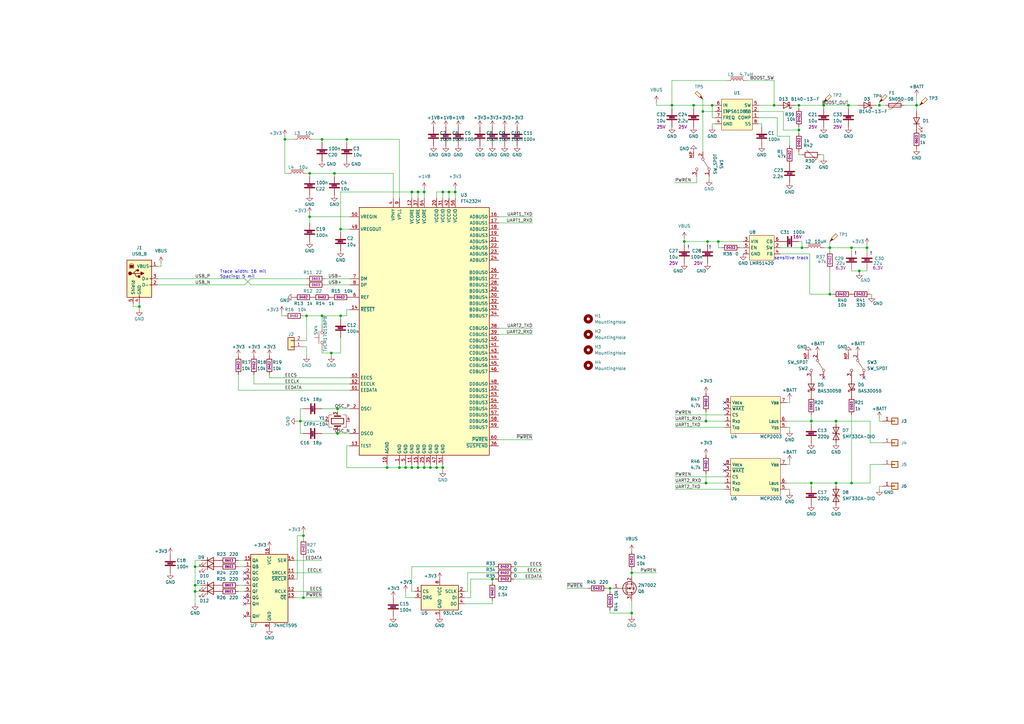
<source format=kicad_sch>
(kicad_sch (version 20230121) (generator eeschema)
  (paper "A3")
  (junction (at 284.48 43.18))
  (junction (at 181.61 191.77))
  (junction (at 181.61 78.74))
  (junction (at 176.53 191.77))
  (junction (at 332.74 198.12))
  (junction (at 163.83 191.77))
  (junction (at 327.66 43.18))
  (junction (at 342.9 198.12))
  (junction (at 158.75 191.77))
  (junction (at 139.7 93.98))
  (junction (at 347.98 43.18))
  (junction (at 124.46 245.11))
  (junction (at 80.01 232.41))
  (junction (at 355.6 101.6))
  (junction (at 123.19 172.72))
  (junction (at 142.24 57.15))
  (junction (at 349.25 101.6))
  (junction (at 340.36 101.6))
  (junction (at 288.29 45.72))
  (junction (at 289.56 172.72))
  (junction (at 135.89 144.78))
  (junction (at 342.9 172.72))
  (junction (at 349.25 198.12))
  (junction (at 127 71.12))
  (junction (at 328.93 101.6))
  (junction (at 280.67 99.06))
  (junction (at 57.15 125.73))
  (junction (at 360.68 43.18))
  (junction (at 127 88.9))
  (junction (at 173.99 78.74))
  (junction (at 171.45 191.77))
  (junction (at 290.195 99.06))
  (junction (at 166.37 191.77))
  (junction (at 80.01 242.57))
  (junction (at 139.7 129.54))
  (junction (at 132.08 57.15))
  (junction (at 337.82 43.18))
  (junction (at 201.93 237.49))
  (junction (at 171.45 78.74))
  (junction (at 179.07 191.77))
  (junction (at 168.91 78.74))
  (junction (at 132.08 129.54))
  (junction (at 250.19 241.3))
  (junction (at 340.36 120.65))
  (junction (at 173.99 191.77))
  (junction (at 259.08 234.95))
  (junction (at 317.5 43.18))
  (junction (at 124.46 219.71))
  (junction (at 332.74 172.72))
  (junction (at 375.92 43.18))
  (junction (at 137.16 71.12))
  (junction (at 138.43 177.8))
  (junction (at 138.43 167.64))
  (junction (at 116.84 57.15))
  (junction (at 289.56 198.12))
  (junction (at 292.1 43.18))
  (junction (at 168.91 191.77))
  (junction (at 352.425 111.125))
  (junction (at 259.08 251.46))
  (junction (at 294.64 99.06))
  (junction (at 275.59 43.18))
  (junction (at 80.01 240.03))
  (junction (at 125.73 129.54))
  (junction (at 186.69 78.74))
  (junction (at 327.66 53.34))
  (junction (at 184.15 78.74))
  (no_connect (at 100.33 252.73))
  (no_connect (at 100.33 247.65))
  (no_connect (at 100.33 245.11))
  (no_connect (at 297.18 165.1))
  (no_connect (at 297.18 167.64))
  (no_connect (at 354.33 154.94))
  (no_connect (at 100.33 237.49))
  (no_connect (at 337.82 154.94))
  (no_connect (at 100.33 234.95))
  (no_connect (at 297.18 193.04))
  (no_connect (at 297.18 190.5))
  (wire (pts (xy 124.46 218.44) (xy 124.46 219.71)))
  (wire (pts (xy 132.08 143.51) (xy 132.08 144.78)))
  (wire (pts (xy 204.47 88.9) (xy 218.44 88.9)))
  (wire (pts (xy 143.51 182.88) (xy 142.24 182.88)))
  (wire (pts (xy 57.15 124.46) (xy 57.15 125.73)))
  (wire (pts (xy 173.99 191.77) (xy 176.53 191.77)))
  (wire (pts (xy 276.86 170.18) (xy 297.18 170.18)))
  (wire (pts (xy 186.69 78.74) (xy 186.69 81.28)))
  (wire (pts (xy 342.9 198.12) (xy 342.9 199.39)))
  (wire (pts (xy 100.33 114.3) (xy 102.87 116.84)))
  (wire (pts (xy 173.99 77.47) (xy 173.99 78.74)))
  (wire (pts (xy 100.33 116.84) (xy 102.87 114.3)))
  (wire (pts (xy 317.5 43.18) (xy 318.77 43.18)))
  (wire (pts (xy 116.84 55.88) (xy 116.84 57.15)))
  (wire (pts (xy 360.68 41.91) (xy 360.68 43.18)))
  (wire (pts (xy 171.45 190.5) (xy 171.45 191.77)))
  (wire (pts (xy 318.77 55.88) (xy 323.85 55.88)))
  (wire (pts (xy 142.24 129.54) (xy 139.7 129.54)))
  (wire (pts (xy 139.7 78.74) (xy 168.91 78.74)))
  (wire (pts (xy 168.91 190.5) (xy 168.91 191.77)))
  (wire (pts (xy 97.79 242.57) (xy 100.33 242.57)))
  (wire (pts (xy 276.86 198.12) (xy 289.56 198.12)))
  (wire (pts (xy 375.92 43.18) (xy 377.19 43.18)))
  (wire (pts (xy 193.04 237.49) (xy 193.04 245.11)))
  (wire (pts (xy 181.61 78.74) (xy 184.15 78.74)))
  (wire (pts (xy 127 87.63) (xy 127 88.9)))
  (wire (pts (xy 204.47 180.34) (xy 218.44 180.34)))
  (wire (pts (xy 132.08 57.15) (xy 142.24 57.15)))
  (wire (pts (xy 349.25 101.6) (xy 349.25 102.87)))
  (wire (pts (xy 332.74 198.12) (xy 342.9 198.12)))
  (wire (pts (xy 121.92 219.71) (xy 124.46 219.71)))
  (wire (pts (xy 166.37 191.77) (xy 168.91 191.77)))
  (wire (pts (xy 320.04 101.6) (xy 328.93 101.6)))
  (wire (pts (xy 124.46 219.71) (xy 124.46 220.98)))
  (wire (pts (xy 166.37 242.57) (xy 166.37 245.11)))
  (wire (pts (xy 54.61 125.73) (xy 57.15 125.73)))
  (wire (pts (xy 259.08 233.68) (xy 259.08 234.95)))
  (wire (pts (xy 171.45 191.77) (xy 173.99 191.77)))
  (wire (pts (xy 250.19 250.19) (xy 250.19 251.46)))
  (wire (pts (xy 288.29 40.64) (xy 288.29 45.72)))
  (wire (pts (xy 124.46 245.11) (xy 132.08 245.11)))
  (wire (pts (xy 139.7 93.98) (xy 139.7 78.74)))
  (wire (pts (xy 201.93 237.49) (xy 203.2 237.49)))
  (wire (pts (xy 352.425 111.125) (xy 352.425 111.76)))
  (wire (pts (xy 289.56 194.31) (xy 289.56 198.12)))
  (wire (pts (xy 128.27 57.15) (xy 132.08 57.15)))
  (wire (pts (xy 355.6 111.125) (xy 352.425 111.125)))
  (wire (pts (xy 292.1 48.26) (xy 292.1 43.18)))
  (wire (pts (xy 110.49 154.94) (xy 143.51 154.94)))
  (wire (pts (xy 321.31 53.34) (xy 327.66 53.34)))
  (wire (pts (xy 332.105 104.14) (xy 332.105 120.65)))
  (wire (pts (xy 360.68 200.66) (xy 360.68 199.39)))
  (wire (pts (xy 190.5 247.65) (xy 201.93 247.65)))
  (wire (pts (xy 293.37 45.72) (xy 288.29 45.72)))
  (wire (pts (xy 259.08 252.73) (xy 259.08 251.46)))
  (wire (pts (xy 280.67 100.33) (xy 280.67 99.06)))
  (wire (pts (xy 210.82 234.95) (xy 222.25 234.95)))
  (wire (pts (xy 357.505 121.285) (xy 357.505 120.65)))
  (wire (pts (xy 275.59 43.18) (xy 275.59 44.45)))
  (wire (pts (xy 204.47 91.44) (xy 218.44 91.44)))
  (wire (pts (xy 139.7 138.43) (xy 139.7 144.78)))
  (wire (pts (xy 171.45 78.74) (xy 173.99 78.74)))
  (wire (pts (xy 168.91 78.74) (xy 171.45 78.74)))
  (wire (pts (xy 102.87 116.84) (xy 125.73 116.84)))
  (wire (pts (xy 250.19 241.3) (xy 251.46 241.3)))
  (wire (pts (xy 120.65 237.49) (xy 121.92 237.49)))
  (wire (pts (xy 323.85 55.88) (xy 323.85 59.69)))
  (wire (pts (xy 139.7 144.78) (xy 135.89 144.78)))
  (wire (pts (xy 328.93 101.6) (xy 330.2 101.6)))
  (wire (pts (xy 289.56 198.12) (xy 297.18 198.12)))
  (wire (pts (xy 340.36 101.6) (xy 349.25 101.6)))
  (wire (pts (xy 121.92 172.72) (xy 123.19 172.72)))
  (wire (pts (xy 116.84 57.15) (xy 116.84 71.12)))
  (wire (pts (xy 294.64 101.6) (xy 295.91 101.6)))
  (wire (pts (xy 340.36 101.6) (xy 340.36 102.87)))
  (wire (pts (xy 327.66 63.5) (xy 328.93 63.5)))
  (wire (pts (xy 124.46 228.6) (xy 124.46 245.11)))
  (wire (pts (xy 123.19 172.72) (xy 123.19 177.8)))
  (wire (pts (xy 142.24 129.54) (xy 142.24 127)))
  (wire (pts (xy 181.61 78.74) (xy 181.61 81.28)))
  (wire (pts (xy 337.82 64.77) (xy 337.82 63.5)))
  (wire (pts (xy 132.08 167.64) (xy 138.43 167.64)))
  (wire (pts (xy 359.41 43.18) (xy 360.68 43.18)))
  (wire (pts (xy 80.01 232.41) (xy 82.55 232.41)))
  (wire (pts (xy 204.47 134.62) (xy 218.44 134.62)))
  (wire (pts (xy 97.79 240.03) (xy 100.33 240.03)))
  (wire (pts (xy 357.505 120.65) (xy 356.87 120.65)))
  (wire (pts (xy 356.87 198.12) (xy 356.87 190.5)))
  (wire (pts (xy 323.85 175.26) (xy 323.85 176.53)))
  (wire (pts (xy 360.68 43.18) (xy 363.22 43.18)))
  (wire (pts (xy 290.83 72.39) (xy 290.83 73.66)))
  (wire (pts (xy 290.195 99.06) (xy 294.64 99.06)))
  (wire (pts (xy 138.43 167.64) (xy 138.43 168.91)))
  (wire (pts (xy 142.24 127) (xy 143.51 127)))
  (wire (pts (xy 132.08 129.54) (xy 132.08 133.35)))
  (wire (pts (xy 232.41 241.3) (xy 241.3 241.3)))
  (wire (pts (xy 248.92 241.3) (xy 250.19 241.3)))
  (wire (pts (xy 275.59 33.02) (xy 298.45 33.02)))
  (wire (pts (xy 97.79 153.67) (xy 97.79 160.02)))
  (wire (pts (xy 163.83 57.15) (xy 142.24 57.15)))
  (wire (pts (xy 311.15 48.26) (xy 318.77 48.26)))
  (wire (pts (xy 181.61 190.5) (xy 181.61 191.77)))
  (wire (pts (xy 327.66 99.06) (xy 328.93 99.06)))
  (wire (pts (xy 349.25 170.18) (xy 349.25 198.12)))
  (wire (pts (xy 356.87 172.72) (xy 356.87 181.61)))
  (wire (pts (xy 201.93 237.49) (xy 201.93 238.76)))
  (wire (pts (xy 97.79 160.02) (xy 143.51 160.02)))
  (wire (pts (xy 184.15 78.74) (xy 186.69 78.74)))
  (wire (pts (xy 163.83 81.28) (xy 163.83 57.15)))
  (wire (pts (xy 311.15 45.72) (xy 321.31 45.72)))
  (wire (pts (xy 57.15 125.73) (xy 57.15 127)))
  (wire (pts (xy 80.01 242.57) (xy 80.01 247.65)))
  (wire (pts (xy 127 71.12) (xy 127 72.39)))
  (wire (pts (xy 201.93 247.65) (xy 201.93 246.38)))
  (wire (pts (xy 102.87 114.3) (xy 125.73 114.3)))
  (wire (pts (xy 120.65 229.87) (xy 132.08 229.87)))
  (wire (pts (xy 332.74 170.18) (xy 332.74 172.72)))
  (wire (pts (xy 116.84 71.12) (xy 118.11 71.12)))
  (wire (pts (xy 355.6 102.87) (xy 355.6 101.6)))
  (wire (pts (xy 116.84 57.15) (xy 120.65 57.15)))
  (wire (pts (xy 127 88.9) (xy 127 91.44)))
  (wire (pts (xy 121.92 237.49) (xy 121.92 219.71)))
  (wire (pts (xy 317.5 33.02) (xy 317.5 43.18)))
  (wire (pts (xy 120.65 242.57) (xy 132.08 242.57)))
  (wire (pts (xy 332.74 198.12) (xy 332.74 199.39)))
  (wire (pts (xy 342.9 172.72) (xy 342.9 173.99)))
  (wire (pts (xy 210.82 237.49) (xy 222.25 237.49)))
  (wire (pts (xy 304.8 101.6) (xy 303.53 101.6)))
  (wire (pts (xy 337.82 41.91) (xy 337.82 43.18)))
  (wire (pts (xy 275.59 33.02) (xy 275.59 43.18)))
  (wire (pts (xy 375.92 39.37) (xy 375.92 43.18)))
  (wire (pts (xy 80.01 240.03) (xy 82.55 240.03)))
  (wire (pts (xy 123.19 167.64) (xy 123.19 172.72)))
  (wire (pts (xy 97.79 229.87) (xy 100.33 229.87)))
  (wire (pts (xy 125.73 129.54) (xy 132.08 129.54)))
  (wire (pts (xy 289.56 172.72) (xy 297.18 172.72)))
  (wire (pts (xy 347.98 43.18) (xy 351.79 43.18)))
  (wire (pts (xy 259.08 251.46) (xy 259.08 246.38)))
  (wire (pts (xy 293.37 48.26) (xy 292.1 48.26)))
  (wire (pts (xy 349.25 198.12) (xy 356.87 198.12)))
  (wire (pts (xy 139.7 93.98) (xy 139.7 95.25)))
  (wire (pts (xy 173.99 78.74) (xy 173.99 81.28)))
  (wire (pts (xy 115.57 129.54) (xy 115.57 128.27)))
  (wire (pts (xy 132.08 129.54) (xy 139.7 129.54)))
  (wire (pts (xy 142.24 191.77) (xy 158.75 191.77)))
  (wire (pts (xy 104.14 153.67) (xy 104.14 157.48)))
  (wire (pts (xy 311.15 50.8) (xy 312.42 50.8)))
  (wire (pts (xy 132.08 57.15) (xy 132.08 58.42)))
  (wire (pts (xy 322.58 198.12) (xy 332.74 198.12)))
  (wire (pts (xy 173.99 190.5) (xy 173.99 191.77)))
  (wire (pts (xy 143.51 93.98) (xy 139.7 93.98)))
  (wire (pts (xy 125.73 71.12) (xy 127 71.12)))
  (wire (pts (xy 370.84 43.18) (xy 375.92 43.18)))
  (wire (pts (xy 288.29 45.72) (xy 288.29 62.23)))
  (wire (pts (xy 360.68 171.45) (xy 360.68 172.72)))
  (wire (pts (xy 166.37 245.11) (xy 170.18 245.11)))
  (wire (pts (xy 323.85 200.66) (xy 322.58 200.66)))
  (wire (pts (xy 161.29 71.12) (xy 137.16 71.12)))
  (wire (pts (xy 337.82 101.6) (xy 340.36 101.6)))
  (wire (pts (xy 193.04 237.49) (xy 201.93 237.49)))
  (wire (pts (xy 361.95 172.72) (xy 360.68 172.72)))
  (wire (pts (xy 292.1 43.18) (xy 293.37 43.18)))
  (wire (pts (xy 269.24 43.18) (xy 275.59 43.18)))
  (wire (pts (xy 139.7 129.54) (xy 139.7 130.81)))
  (wire (pts (xy 290.195 99.06) (xy 290.195 100.33)))
  (wire (pts (xy 137.16 71.12) (xy 127 71.12)))
  (wire (pts (xy 190.5 242.57) (xy 191.77 242.57)))
  (wire (pts (xy 163.83 191.77) (xy 166.37 191.77)))
  (wire (pts (xy 280.67 97.79) (xy 280.67 99.06)))
  (wire (pts (xy 337.82 43.18) (xy 337.82 44.45)))
  (wire (pts (xy 285.75 74.93) (xy 285.75 72.39)))
  (wire (pts (xy 342.9 172.72) (xy 356.87 172.72)))
  (wire (pts (xy 360.68 199.39) (xy 361.95 199.39)))
  (wire (pts (xy 323.85 163.83) (xy 323.85 165.1)))
  (wire (pts (xy 80.01 232.41) (xy 80.01 240.03)))
  (wire (pts (xy 347.98 43.18) (xy 347.98 44.45)))
  (wire (pts (xy 326.39 43.18) (xy 327.66 43.18)))
  (wire (pts (xy 191.77 242.57) (xy 191.77 234.95)))
  (wire (pts (xy 289.56 168.91) (xy 289.56 172.72)))
  (wire (pts (xy 340.36 99.06) (xy 340.36 101.6)))
  (wire (pts (xy 356.87 190.5) (xy 361.95 190.5)))
  (wire (pts (xy 355.6 100.33) (xy 355.6 101.6)))
  (wire (pts (xy 124.46 139.7) (xy 125.73 139.7)))
  (wire (pts (xy 190.5 245.11) (xy 193.04 245.11)))
  (wire (pts (xy 163.83 190.5) (xy 163.83 191.77)))
  (wire (pts (xy 276.86 175.26) (xy 297.18 175.26)))
  (wire (pts (xy 127 88.9) (xy 143.51 88.9)))
  (wire (pts (xy 284.48 43.18) (xy 292.1 43.18)))
  (wire (pts (xy 104.14 157.48) (xy 143.51 157.48)))
  (wire (pts (xy 340.36 110.49) (xy 340.36 120.65)))
  (wire (pts (xy 250.19 242.57) (xy 250.19 241.3)))
  (wire (pts (xy 171.45 78.74) (xy 171.45 81.28)))
  (wire (pts (xy 123.19 177.8) (xy 124.46 177.8)))
  (wire (pts (xy 294.64 99.06) (xy 294.64 101.6)))
  (wire (pts (xy 322.58 175.26) (xy 323.85 175.26)))
  (wire (pts (xy 168.91 242.57) (xy 170.18 242.57)))
  (wire (pts (xy 327.66 53.34) (xy 327.66 54.61)))
  (wire (pts (xy 327.66 43.18) (xy 337.82 43.18)))
  (wire (pts (xy 356.87 181.61) (xy 361.95 181.61)))
  (wire (pts (xy 275.59 43.18) (xy 284.48 43.18)))
  (wire (pts (xy 137.16 72.39) (xy 137.16 71.12)))
  (wire (pts (xy 318.77 48.26) (xy 318.77 55.88)))
  (wire (pts (xy 133.35 114.3) (xy 143.51 114.3)))
  (wire (pts (xy 337.82 43.18) (xy 347.98 43.18)))
  (wire (pts (xy 259.08 234.95) (xy 259.08 236.22)))
  (wire (pts (xy 293.37 50.8) (xy 292.1 50.8)))
  (wire (pts (xy 120.65 234.95) (xy 132.08 234.95)))
  (wire (pts (xy 116.84 129.54) (xy 115.57 129.54)))
  (wire (pts (xy 133.35 116.84) (xy 143.51 116.84)))
  (wire (pts (xy 135.89 144.78) (xy 132.08 144.78)))
  (wire (pts (xy 125.73 142.24) (xy 125.73 146.05)))
  (wire (pts (xy 168.91 191.77) (xy 171.45 191.77)))
  (wire (pts (xy 66.04 107.95) (xy 66.04 109.22)))
  (wire (pts (xy 276.86 200.66) (xy 297.18 200.66)))
  (wire (pts (xy 138.43 177.8) (xy 143.51 177.8)))
  (wire (pts (xy 320.04 104.14) (xy 332.105 104.14)))
  (wire (pts (xy 269.24 41.91) (xy 269.24 43.18)))
  (wire (pts (xy 166.37 190.5) (xy 166.37 191.77)))
  (wire (pts (xy 142.24 182.88) (xy 142.24 191.77)))
  (wire (pts (xy 120.65 245.11) (xy 124.46 245.11)))
  (wire (pts (xy 327.66 43.18) (xy 327.66 44.45)))
  (wire (pts (xy 158.75 190.5) (xy 158.75 191.77)))
  (wire (pts (xy 179.07 191.77) (xy 181.61 191.77)))
  (wire (pts (xy 311.15 43.18) (xy 317.5 43.18)))
  (wire (pts (xy 123.19 172.72) (xy 133.35 172.72)))
  (wire (pts (xy 168.91 78.74) (xy 168.91 81.28)))
  (wire (pts (xy 210.82 232.41) (xy 222.25 232.41)))
  (wire (pts (xy 327.66 52.07) (xy 327.66 53.34)))
  (wire (pts (xy 158.75 191.77) (xy 163.83 191.77)))
  (wire (pts (xy 191.77 234.95) (xy 203.2 234.95)))
  (wire (pts (xy 352.425 111.125) (xy 349.25 111.125)))
  (wire (pts (xy 292.1 50.8) (xy 292.1 52.07)))
  (wire (pts (xy 176.53 191.77) (xy 179.07 191.77)))
  (wire (pts (xy 168.91 232.41) (xy 203.2 232.41)))
  (wire (pts (xy 355.6 101.6) (xy 349.25 101.6)))
  (wire (pts (xy 342.9 172.72) (xy 332.74 172.72)))
  (wire (pts (xy 124.46 167.64) (xy 123.19 167.64)))
  (wire (pts (xy 64.77 114.3) (xy 100.33 114.3)))
  (wire (pts (xy 132.08 177.8) (xy 138.43 177.8)))
  (wire (pts (xy 355.6 110.49) (xy 355.6 111.125)))
  (wire (pts (xy 184.15 78.74) (xy 184.15 81.28)))
  (wire (pts (xy 54.61 124.46) (xy 54.61 125.73)))
  (wire (pts (xy 259.08 234.95) (xy 269.24 234.95)))
  (wire (pts (xy 80.01 242.57) (xy 82.55 242.57)))
  (wire (pts (xy 64.77 116.84) (xy 100.33 116.84)))
  (wire (pts (xy 312.42 50.8) (xy 312.42 52.07)))
  (wire (pts (xy 342.9 198.12) (xy 349.25 198.12)))
  (wire (pts (xy 124.46 142.24) (xy 125.73 142.24)))
  (wire (pts (xy 97.79 232.41) (xy 100.33 232.41)))
  (wire (pts (xy 82.55 229.87) (xy 80.01 229.87)))
  (wire (pts (xy 294.64 99.06) (xy 304.8 99.06)))
  (wire (pts (xy 138.43 176.53) (xy 138.43 177.8)))
  (wire (pts (xy 80.01 229.87) (xy 80.01 232.41)))
  (wire (pts (xy 322.58 172.72) (xy 332.74 172.72)))
  (wire (pts (xy 138.43 167.64) (xy 143.51 167.64)))
  (wire (pts (xy 276.86 195.58) (xy 297.18 195.58)))
  (wire (pts (xy 179.07 78.74) (xy 181.61 78.74)))
  (wire (pts (xy 332.105 120.65) (xy 340.36 120.65)))
  (wire (pts (xy 142.24 58.42) (xy 142.24 57.15)))
  (wire (pts (xy 284.48 43.18) (xy 284.48 44.45)))
  (wire (pts (xy 276.86 172.72) (xy 289.56 172.72)))
  (wire (pts (xy 179.07 81.28) (xy 179.07 78.74)))
  (wire (pts (xy 135.89 144.78) (xy 135.89 146.05)))
  (wire (pts (xy 168.91 242.57) (xy 168.91 232.41)))
  (wire (pts (xy 80.01 240.03) (xy 80.01 242.57)))
  (wire (pts (xy 323.85 189.23) (xy 323.85 190.5)))
  (wire (pts (xy 204.47 137.16) (xy 218.44 137.16)))
  (wire (pts (xy 124.46 129.54) (xy 125.73 129.54)))
  (wire (pts (xy 327.66 62.23) (xy 327.66 63.5)))
  (wire (pts (xy 323.85 201.93) (xy 323.85 200.66)))
  (wire (pts (xy 328.93 99.06) (xy 328.93 101.6)))
  (wire (pts (xy 186.69 77.47) (xy 186.69 78.74)))
  (wire (pts (xy 276.86 74.93) (xy 285.75 74.93)))
  (wire (pts (xy 349.25 110.49) (xy 349.25 111.125)))
  (wire (pts (xy 322.58 165.1) (xy 323.85 165.1)))
  (wire (pts (xy 64.77 109.22) (xy 66.04 109.22)))
  (wire (pts (xy 125.73 139.7) (xy 125.73 129.54)))
  (wire (pts (xy 110.49 153.67) (xy 110.49 154.94)))
  (wire (pts (xy 306.07 33.02) (xy 317.5 33.02)))
  (wire (pts (xy 337.82 63.5) (xy 336.55 63.5)))
  (wire (pts (xy 323.85 190.5) (xy 322.58 190.5)))
  (wire (pts (xy 181.61 191.77) (xy 181.61 193.04)))
  (wire (pts (xy 375.92 43.18) (xy 375.92 45.72)))
  (wire (pts (xy 341.63 120.65) (xy 340.36 120.65)))
  (wire (pts (xy 332.74 172.72) (xy 332.74 173.99)))
  (wire (pts (xy 161.29 81.28) (xy 161.29 71.12)))
  (wire (pts (xy 280.67 99.06) (xy 290.195 99.06)))
  (wire (pts (xy 176.53 190.5) (xy 176.53 191.77)))
  (wire (pts (xy 179.07 190.5) (xy 179.07 191.77)))
  (wire (pts (xy 250.19 251.46) (xy 259.08 251.46)))
  (wire (pts (xy 321.31 45.72) (xy 321.31 53.34)))
  (text "!" (at 290.83 102.235 0) (effects (font (size 1.27 1.27)) (justify left bottom)))
  (text "!" (at 356.87 104.775 0) (effects (font (size 1.27 1.27)) (justify left bottom)))
  (text "Trace width: 16 mil\nSpacing: 5 mil" (at 90.17 114.3 0) (effects (font (size 1.27 1.27)) (justify left bottom)))
  (text "sensitive track" (at 317.5 106.68 0) (effects (font (size 1.27 1.27)) (justify left bottom)))
  (text "!" (at 281.94 102.235 0) (effects (font (size 1.27 1.27)) (justify left bottom)))
  (text "!" (at 350.52 104.775 0) (effects (font (size 1.27 1.27)) (justify left bottom)))
  (label "PWREN" (at 276.86 195.58 0))
  (label "EECS" (at 132.08 242.57 180))
  (label "UART1_TXD" (at 218.44 88.9 180))
  (label "PWREN" (at 276.86 74.93 0))
  (label "UART2_TXD" (at 218.44 134.62 180))
  (label "EEDATA" (at 132.08 229.87 180))
  (label "USB_N" (at 80.01 116.84 0))
  (label "UART1_RXD" (at 218.44 91.44 180))
  (label "UART2_RXD" (at 218.44 137.16 180))
  (label "USB_P" (at 80.01 114.3 0))
  (label "PWREN" (at 276.86 170.18 0))
  (label "OSC_N" (at 143.51 177.8 180))
  (label "EECLK" (at 222.25 234.95 180))
  (label "EECLK" (at 116.84 157.48 0))
  (label "PWREN" (at 269.24 234.95 180))
  (label "USB+" (at 134.62 116.84 0))
  (label "BOOST_OUT" (at 347.98 43.18 180))
  (label "~{PWREN}" (at 232.41 241.3 0))
  (label "EECLK" (at 132.08 234.95 180))
  (label "EEDATA" (at 116.84 160.02 0))
  (label "~{PWREN}" (at 218.44 180.34 180))
  (label "UART2_RXD" (at 276.86 198.12 0))
  (label "UART1_TXD" (at 276.86 175.26 0))
  (label "UART2_TXD" (at 276.86 200.66 0))
  (label "EECS" (at 116.84 154.94 0))
  (label "EECS" (at 222.25 232.41 180))
  (label "UART1_RXD" (at 276.86 172.72 0))
  (label "OSC_P" (at 143.51 167.64 180))
  (label "EEDATA" (at 222.25 237.49 180))
  (label "BOOST_SW" (at 317.5 33.02 180))
  (label "~{PWREN}" (at 132.08 245.11 180))
  (label "USB-" (at 134.62 114.3 0))
  (symbol (lib_id "Device:C") (at 128.27 177.8 90) (unit 1)
    (property "Reference" "C16" (at 127 181.61 90) (effects (justify left)))
    (property "Value" "18p" (at 132.08 181.61 90) (effects (justify left)))
    (property "Footprint" "Capacitor_SMD:C_0603_1608Metric" (effects hide))
    (property "Size" "0603" (at 128.27 179.07 0) (effects (font (size 0.6 0.6)) (justify left)))
  )
  (symbol (lib_id "power:GND") (at 280.67 107.95 0) (unit 1)
    (property "Reference" "#PWR081" (effects hide))
    (property "Value" "GND" (at 278.13 111.125 0))
  )
  (symbol (lib_id "power:+3V3") (at 289.56 161.29 0) (unit 1)
    (property "Reference" "#PWR094" (effects hide))
    (property "Value" "+3V3" (at 289.56 156.21 0))
  )
  (symbol (lib_id "power:GND") (at 375.92 60.96 0) (unit 1)
    (property "Reference" "#PWR069" (effects hide))
    (property "Value" "GND" (at 375.92 64.77 0))
  )
  (symbol (lib_id "Device:R") (at 207.01 234.95 90) (unit 1)
    (property "Reference" "R34" (at 203.2 233.68 90) (effects (justify left)))
    (property "Value" "0" (at 212.09 233.68 90) (effects (justify left)))
    (property "Footprint" "Resistor_SMD:R_0402_1005Metric" (effects hide))
    (property "Size" "0402" (at 207.01 234.95 90) (effects (font (size 0.9 0.9))))
  )
  (symbol (lib_id "Device:C") (at 275.59 48.26 0) (mirror x) (unit 1)
    (property "Reference" "C32" (at 271.145 46.99 0))
    (property "Value" "10u" (at 271.145 49.53 0))
    (property "Footprint" "Capacitor_SMD:C_0805_2012Metric" (effects hide))
    (property "Size" "0805" (at 275.59 48.26 0) (effects (font (size 0.6 0.6))))
    (property "Rating" "25V" (at 271.145 52.07 0))
  )
  (symbol (lib_id "power:GND") (at 323.85 176.53 0) (unit 1)
    (property "Reference" "#PWR037" (effects hide))
    (property "Value" "GND" (at 323.85 180.34 0))
  )
  (symbol (lib_id "Transistor_FET:2N7002") (at 256.54 241.3 0) (mirror x) (unit 1)
    (property "Reference" "Q6" (at 261.62 242.57 0) (effects (justify left)))
    (property "Value" "2N7002" (at 261.62 240.03 0) (effects (justify left)))
    (property "Footprint" "Package_TO_SOT_SMD:SOT-23" (effects hide))
    (property "Datasheet" "https://www.onsemi.com/pub/Collateral/NDS7002A-D.PDF" (effects hide))
  )
  (symbol (lib_id "Device:R") (at 345.44 120.65 90) (unit 1)
    (property "Reference" "R40" (at 345.44 123.19 90))
    (property "Value" "10k" (at 345.44 125.095 90))
    (property "Footprint" "Resistor_SMD:R_0402_1005Metric" (effects hide))
    (property "Size" "0402" (at 345.44 120.65 90) (effects (font (size 1 1))))
  )
  (symbol (lib_id "power:+3V3") (at 124.46 218.44 0) (unit 1)
    (property "Reference" "#PWR056" (effects hide))
    (property "Value" "+3V3" (at 120.65 217.17 0))
  )
  (symbol (lib_id "Connector:TestPoint_Probe") (at 337.82 41.91 0) (unit 1)
    (property "Reference" "TP2" (at 341.63 39.0525 0) (effects (justify left)))
    (property "Value" "TestPoint_Probe" (effects hide))
    (property "Footprint" "TestPoint:TestPoint_Pad_D1.5mm" (effects hide))
  )
  (symbol (lib_id "Mechanical:MountingHole") (at 241.3 149.86 0) (unit 1)
    (property "Reference" "H4" (at 243.84 148.59 0) (effects (justify left)))
    (property "Value" "MountingHole" (at 243.84 151.13 0) (effects (justify left)))
    (property "Footprint" "MountingHole:MountingHole_2.2mm_M2" (effects hide))
  )
  (symbol (lib_id "Connector_Generic:Conn_01x01") (at 367.03 181.61 0) (unit 1)
    (property "Reference" "J4" (at 369.57 181.61 0) (effects (justify left)))
    (property "Value" "Conn_01x01" (effects hide))
    (property "Footprint" "local:BananaJack_15.3mm" (effects hide))
  )
  (symbol (lib_id "Device:R") (at 124.46 121.92 90) (unit 1)
    (property "Reference" "R13" (at 124.46 124.46 90) (effects (justify left)))
    (property "Value" "1k" (at 128.27 124.46 90) (effects (justify left)))
    (property "Footprint" "Resistor_SMD:R_0402_1005Metric" (effects hide))
    (property "Size" "0402" (at 124.46 121.92 90) (effects (font (size 0.9 0.9))))
  )
  (symbol (lib_id "power:GND") (at 110.49 257.81 0) (unit 1)
    (property "Reference" "#PWR054" (effects hide))
    (property "Value" "GND" (at 110.49 261.62 0))
  )
  (symbol (lib_id "Device:LED") (at 86.36 240.03 0) (unit 1)
    (property "Reference" "D11" (at 82.55 238.76 0))
    (property "Value" "LED" (effects hide))
    (property "Footprint" "LED_SMD:LED_0603_1608Metric" (effects hide))
  )
  (symbol (lib_id "Device:R") (at 110.49 149.86 0) (unit 1)
    (property "Reference" "R19" (at 111.76 148.59 0) (effects (justify left)))
    (property "Value" "10k" (at 111.76 151.13 0) (effects (justify left)))
    (property "Footprint" "Resistor_SMD:R_0402_1005Metric" (effects hide))
    (property "Size" "0402" (at 110.49 149.86 90) (effects (font (size 0.9 0.9))))
  )
  (symbol (lib_id "Device:R") (at 289.56 190.5 0) (unit 1)
    (property "Reference" "R46" (at 283.21 189.23 0) (effects (justify left)))
    (property "Value" "4.7k" (at 283.21 191.77 0) (effects (justify left)))
    (property "Footprint" "Resistor_SMD:R_0402_1005Metric" (effects hide))
    (property "Size" "0402" (at 289.56 190.5 90) (effects (font (size 0.9 0.9))))
  )
  (symbol (lib_id "Device:R") (at 97.79 149.86 0) (unit 1)
    (property "Reference" "R17" (at 99.06 148.59 0) (effects (justify left)))
    (property "Value" "10k" (at 99.06 151.13 0) (effects (justify left)))
    (property "Footprint" "Resistor_SMD:R_0402_1005Metric" (effects hide))
    (property "Size" "0402" (at 97.79 149.86 90) (effects (font (size 0.9 0.9))))
  )
  (symbol (lib_id "Device:R") (at 139.7 121.92 90) (unit 1)
    (property "Reference" "R15" (at 139.7 119.38 90) (effects (justify left)))
    (property "Value" "10k" (at 144.78 119.38 90) (effects (justify left)))
    (property "Footprint" "Resistor_SMD:R_0402_1005Metric" (effects hide))
    (property "Size" "0402" (at 139.7 121.92 90) (effects (font (size 0.9 0.9))))
  )
  (symbol (lib_id "local:SW_SPDT_MNT") (at 351.79 149.86 270) (unit 1)
    (property "Reference" "SW3" (at 355.6 148.59 90) (effects (justify left)))
    (property "Value" "SW_SPDT" (at 355.6 151.13 90) (effects (justify left)))
    (property "Footprint" "local:S3PCBKP" (effects hide))
  )
  (symbol (lib_id "power:+3V3") (at 355.6 100.33 0) (unit 1)
    (property "Reference" "#PWR078" (effects hide))
    (property "Value" "+3V3" (at 351.79 99.06 0))
  )
  (symbol (lib_id "power:GND") (at 323.85 74.93 0) (unit 1)
    (property "Reference" "#PWR064" (effects hide))
    (property "Value" "GND" (at 323.85 78.74 0))
  )
  (symbol (lib_id "power:GND") (at 182.88 59.69 0) (unit 1)
    (property "Reference" "#PWR011" (effects hide))
    (property "Value" "GND" (at 182.88 63.5 0))
  )
  (symbol (lib_id "Device:R") (at 259.08 229.87 180) (unit 1)
    (property "Reference" "R43" (at 262.89 228.6 0))
    (property "Value" "10k" (at 262.89 231.14 0))
    (property "Footprint" "Resistor_SMD:R_0402_1005Metric" (effects hide))
    (property "Size" "0402" (at 259.08 229.87 90) (effects (font (size 1 1))))
  )
  (symbol (lib_id "power:GND") (at 259.08 252.73 0) (unit 1)
    (property "Reference" "#PWR089" (effects hide))
    (property "Value" "GND" (at 259.08 256.54 0))
  )
  (symbol (lib_id "local:MCP2003") (at 309.88 195.58 0) (mirror y) (unit 1)
    (property "Reference" "U6" (at 300.99 204.47 0))
    (property "Value" "MCP2003" (at 316.23 204.47 0))
    (property "Footprint" "Package_SO:SOIC-8_3.9x4.9mm_P1.27mm" (effects hide))
  )
  (symbol (lib_id "power:GND") (at 196.85 59.69 0) (unit 1)
    (property "Reference" "#PWR013" (effects hide))
    (property "Value" "GND" (at 196.85 63.5 0))
  )
  (symbol (lib_id "power:GND") (at 132.08 66.04 0) (unit 1)
    (property "Reference" "#PWR060" (effects hide))
    (property "Value" "GND" (at 135.89 67.31 0))
  )
  (symbol (lib_id "Device:C") (at 139.7 99.06 0) (unit 1)
    (property "Reference" "C2" (at 142.24 97.79 0) (effects (justify left)))
    (property "Value" "10u" (at 142.24 100.33 0) (effects (justify left)))
    (property "Footprint" "Capacitor_SMD:C_0805_2012Metric" (effects hide))
    (property "Size" "0805" (at 138.43 99.06 0) (effects (font (size 0.6 0.6)) (justify left)))
  )
  (symbol (lib_id "power:GND") (at 127 99.06 0) (unit 1)
    (property "Reference" "#PWR077" (effects hide))
    (property "Value" "GND" (at 127 102.87 0))
  )
  (symbol (lib_id "Device:R") (at 299.72 101.6 270) (unit 1)
    (property "Reference" "R36" (at 298.45 104.14 90))
    (property "Value" "0" (at 302.26 104.14 90))
    (property "Footprint" "Resistor_SMD:R_0402_1005Metric" (effects hide))
    (property "Size" "0402" (at 299.72 101.6 90) (effects (font (size 1 1))))
  )
  (symbol (lib_id "power:+BATT") (at 323.85 163.83 0) (unit 1)
    (property "Reference" "#PWR034" (effects hide))
    (property "Value" "+BATT" (at 323.85 160.02 0))
  )
  (symbol (lib_id "power:+3V3") (at 186.69 77.47 0) (unit 1)
    (property "Reference" "#PWR018" (effects hide))
    (property "Value" "+3V3" (at 186.69 72.39 0))
  )
  (symbol (lib_id "Device:R") (at 120.65 129.54 90) (unit 1)
    (property "Reference" "R16" (at 120.65 127 90) (effects (justify left)))
    (property "Value" "10k" (at 125.73 127 90) (effects (justify left)))
    (property "Footprint" "Resistor_SMD:R_0402_1005Metric" (effects hide))
    (property "Size" "0402" (at 120.65 129.54 90) (effects (font (size 0.9 0.9))))
  )
  (symbol (lib_id "power:VBUS") (at 269.24 41.91 0) (unit 1)
    (property "Reference" "#PWR090" (effects hide))
    (property "Value" "VBUS" (at 269.24 36.83 0))
  )
  (symbol (lib_id "power:GND") (at 323.85 201.93 0) (unit 1)
    (property "Reference" "#PWR047" (effects hide))
    (property "Value" "GND" (at 323.85 205.74 0))
  )
  (symbol (lib_id "power:+3V3") (at 116.84 55.88 0) (unit 1)
    (property "Reference" "#PWR09" (effects hide))
    (property "Value" "+3V3" (at 113.03 54.61 0))
  )
  (symbol (lib_id "Device:R") (at 207.01 232.41 90) (unit 1)
    (property "Reference" "R33" (at 203.2 231.14 90) (effects (justify left)))
    (property "Value" "0" (at 212.09 231.14 90) (effects (justify left)))
    (property "Footprint" "Resistor_SMD:R_0402_1005Metric" (effects hide))
    (property "Size" "0402" (at 207.01 232.41 90) (effects (font (size 0.9 0.9))))
  )
  (symbol (lib_id "Mechanical:MountingHole") (at 241.3 130.81 0) (unit 1)
    (property "Reference" "H1" (at 243.84 129.54 0) (effects (justify left)))
    (property "Value" "MountingHole" (at 243.84 132.08 0) (effects (justify left)))
    (property "Footprint" "MountingHole:MountingHole_2.2mm_M2" (effects hide))
  )
  (symbol (lib_id "power:GND") (at 142.24 66.04 0) (unit 1)
    (property "Reference" "#PWR061" (effects hide))
    (property "Value" "GND" (at 146.05 67.31 0))
  )
  (symbol (lib_id "Mechanical:MountingHole") (at 241.3 143.51 0) (unit 1)
    (property "Reference" "H3" (at 243.84 142.24 0) (effects (justify left)))
    (property "Value" "MountingHole" (at 243.84 144.78 0) (effects (justify left)))
    (property "Footprint" "MountingHole:MountingHole_2.2mm_M2" (effects hide))
  )
  (symbol (lib_id "power:GND") (at 139.7 102.87 0) (unit 1)
    (property "Reference" "#PWR057" (effects hide))
    (property "Value" "GND" (at 139.7 106.68 0))
  )
  (symbol (lib_id "Device:R") (at 207.01 237.49 90) (unit 1)
    (property "Reference" "R35" (at 203.2 236.22 90) (effects (justify left)))
    (property "Value" "0" (at 212.09 236.22 90) (effects (justify left)))
    (property "Footprint" "Resistor_SMD:R_0402_1005Metric" (effects hide))
    (property "Size" "0402" (at 207.01 237.49 90) (effects (font (size 0.9 0.9))))
  )
  (symbol (lib_id "local:SW_SPDT_MNT") (at 335.28 149.86 270) (unit 1)
    (property "Reference" "SW2" (at 331.47 151.13 90) (effects (justify right)))
    (property "Value" "SW_SPDT" (at 331.47 148.59 90) (effects (justify right)))
    (property "Footprint" "local:S3PCBKP" (effects hide))
  )
  (symbol (lib_id "Device:D_Schottky") (at 355.6 43.18 180) (unit 1)
    (property "Reference" "D3" (at 355.6 40.64 0))
    (property "Value" "B140-13-F" (at 358.14 45.72 0))
    (property "Footprint" "Diode_SMD:D_SMA" (effects hide))
  )
  (symbol (lib_id "power:GND") (at 121.92 172.72 270) (unit 1)
    (property "Reference" "#PWR042" (effects hide))
    (property "Value" "GND" (at 118.11 172.72 0))
  )
  (symbol (lib_id "power:VBUS") (at 259.08 226.06 0) (unit 1)
    (property "Reference" "#PWR095" (effects hide))
    (property "Value" "VBUS" (at 259.08 220.98 0))
  )
  (symbol (lib_id "power:GND") (at 284.48 62.23 180) (unit 1)
    (property "Reference" "#PWR025" (effects hide))
    (property "Value" "GND" (at 280.67 60.96 0))
  )
  (symbol (lib_id "Device:C") (at 290.195 104.14 0) (unit 1)
    (property "Reference" "C28" (at 285.75 102.87 0))
    (property "Value" "100n" (at 285.75 105.41 0))
    (property "Footprint" "Capacitor_SMD:C_0603_1608Metric" (effects hide))
    (property "Size" "0603" (at 290.195 104.14 0) (effects (font (size 0.6 0.6))))
    (property "Rating" "25V" (at 286.385 107.95 0))
  )
  (symbol (lib_id "power:GND") (at 347.98 144.78 180) (unit 1)
    (property "Reference" "#PWR067" (effects hide))
    (property "Value" "GND" (at 345.44 142.24 0))
  )
  (symbol (lib_id "Device:C") (at 337.82 48.26 0) (mirror x) (unit 1)
    (property "Reference" "C21" (at 333.375 46.99 0))
    (property "Value" "10u" (at 333.375 49.53 0))
    (property "Footprint" "Capacitor_SMD:C_0805_2012Metric" (effects hide))
    (property "Size" "0805" (at 337.82 48.26 0) (effects (font (size 0.6 0.6))))
    (property "Rating" "25V" (at 333.375 52.07 0))
  )
  (symbol (lib_id "Device:D_TVS") (at 342.9 203.2 90) (unit 1)
    (property "Reference" "D8" (at 345.44 201.93 90) (effects (justify right)))
    (property "Value" "SMF33CA-DIO" (at 345.44 204.47 90) (effects (justify right)))
    (property "Footprint" "Diode_SMD:D_SMF" (effects hide))
  )
  (symbol (lib_id "Device:C") (at 284.48 48.26 0) (mirror x) (unit 1)
    (property "Reference" "C24" (at 280.035 46.99 0))
    (property "Value" "2.2u" (at 280.035 49.53 0))
    (property "Footprint" "Capacitor_SMD:C_0805_2012Metric" (effects hide))
    (property "Size" "0805" (at 284.48 48.26 0) (effects (font (size 0.6 0.6))))
    (property "Rating" "25V" (at 280.035 52.07 0))
  )
  (symbol (lib_id "74xx:74HCT595") (at 110.49 240.03 0) (mirror y) (unit 1)
    (property "Reference" "U7" (at 105.41 256.54 0) (effects (justify left)))
    (property "Value" "74HCT595" (at 121.92 256.54 0) (effects (justify left)))
    (property "Footprint" "Package_SO:SO-16_3.9x9.9mm_P1.27mm" (effects hide))
    (property "Datasheet" "https://assets.nexperia.com/documents/data-sheet/74HC_HCT595.pdf" (effects hide))
  )
  (symbol (lib_id "Device:D_Schottky") (at 349.25 158.75 90) (unit 1)
    (property "Reference" "D6" (at 351.79 157.7975 90) (effects (justify right)))
    (property "Value" "BAS3005B" (at 351.79 160.3375 90) (effects (justify right)))
    (property "Footprint" "Diode_SMD:D_SOD-523" (effects hide))
  )
  (symbol (lib_id "power:+BATT") (at 351.79 144.78 0) (unit 1)
    (property "Reference" "#PWR028" (effects hide))
    (property "Value" "+BATT" (at 351.79 140.97 0))
  )
  (symbol (lib_id "Device:Polyfuse") (at 367.03 43.18 90) (unit 1)
    (property "Reference" "F1" (at 365.76 38.1 90))
    (property "Value" "SN050-08" (at 369.57 40.64 90))
    (property "Footprint" "Fuse:Fuse_1206_3216Metric" (effects hide))
    (property "Supp_TME" "https://www.tme.eu/hu/details/sd110-08/smd-polimer-biztositekok/ece/" (effects hide))
  )
  (symbol (lib_id "power:GND") (at 342.9 207.01 0) (unit 1)
    (property "Reference" "#PWR049" (effects hide))
    (property "Value" "GND" (at 342.9 210.82 0))
  )
  (symbol (lib_id "power:+3V3") (at 110.49 224.79 0) (unit 1)
    (property "Reference" "#PWR051" (effects hide))
    (property "Value" "+3V3" (at 106.68 223.52 0))
  )
  (symbol (lib_id "power:VBUS") (at 280.67 97.79 0) (unit 1)
    (property "Reference" "#PWR091" (effects hide))
    (property "Value" "VBUS" (at 280.67 92.71 0))
  )
  (symbol (lib_id "power:+3V3") (at 69.85 227.33 0) (unit 1)
    (property "Reference" "#PWR052" (effects hide))
    (property "Value" "+3V3" (at 66.04 226.06 0))
  )
  (symbol (lib_id "Device:R") (at 245.11 241.3 270) (unit 1)
    (property "Reference" "R45" (at 242.57 238.76 90))
    (property "Value" "220" (at 247.65 238.76 90))
    (property "Footprint" "Resistor_SMD:R_0402_1005Metric" (effects hide))
    (property "Size" "0402" (at 245.11 241.3 90) (effects (font (size 1 1))))
  )
  (symbol (lib_id "Connector:TestPoint_Probe") (at 377.19 43.18 0) (unit 1)
    (property "Reference" "TP3" (at 381 40.3225 0) (effects (justify left)))
    (property "Value" "TestPoint_Probe" (effects hide))
    (property "Footprint" "TestPoint:TestPoint_Pad_D1.5mm" (effects hide))
  )
  (symbol (lib_id "power:+1V8") (at 182.88 52.07 0) (unit 1)
    (property "Reference" "#PWR03" (effects hide))
    (property "Value" "+1V8" (at 182.88 48.26 0))
  )
  (symbol (lib_id "Device:C") (at 323.85 99.06 270) (unit 1)
    (property "Reference" "C31" (at 321.945 95.25 90))
    (property "Value" "100n" (at 327.66 95.25 90))
    (property "Footprint" "Capacitor_SMD:C_0603_1608Metric" (effects hide))
    (property "Size" "0603" (at 323.85 99.06 0) (effects (font (size 0.6 0.6))))
    (property "Rating" "16V" (at 327.025 97.155 90))
  )
  (symbol (lib_id "power:GND") (at 181.61 193.04 0) (unit 1)
    (property "Reference" "#PWR050" (effects hide))
    (property "Value" "GND" (at 181.61 196.85 0))
  )
  (symbol (lib_id "Device:L_Iron") (at 124.46 57.15 90) (unit 1)
    (property "Reference" "L3" (at 121.92 54.61 90))
    (property "Value" "10u" (at 127 54.61 90))
    (property "Footprint" "Inductor_SMD:L_0805_2012Metric" (effects hide))
  )
  (symbol (lib_id "power:+BATT") (at 375.92 39.37 0) (unit 1)
    (property "Reference" "#PWR01" (effects hide))
    (property "Value" "+BATT" (at 375.92 35.56 0))
  )
  (symbol (lib_id "power:+3V3") (at 180.34 237.49 0) (unit 1)
    (property "Reference" "#PWR036" (effects hide))
    (property "Value" "+3V3" (at 176.53 236.22 0))
  )
  (symbol (lib_id "Device:R") (at 129.54 114.3 90) (unit 1)
    (property "Reference" "R11" (at 128.27 111.76 90) (effects (justify left)))
    (property "Value" "22" (at 132.08 111.76 90) (effects (justify left)))
    (property "Footprint" "Resistor_SMD:R_0603_1608Metric" (effects hide))
    (property "Size" "0603" (at 129.54 114.3 90) (effects (font (size 0.9 0.9))))
  )
  (symbol (lib_id "Device:R") (at 375.92 57.15 0) (unit 1)
    (property "Reference" "R5" (at 377.19 55.88 0) (effects (justify left)))
    (property "Value" "1k" (at 377.19 58.42 0) (effects (justify left)))
    (property "Footprint" "Resistor_SMD:R_0603_1608Metric" (effects hide))
    (property "Size" "0603" (at 375.92 57.15 90) (effects (font (size 0.9 0.9))))
  )
  (symbol (lib_id "power:GND") (at 304.8 104.14 0) (unit 1)
    (property "Reference" "#PWR079" (effects hide))
    (property "Value" "GND" (at 304.8 107.95 0))
  )
  (symbol (lib_id "power:GND") (at 120.65 121.92 270) (unit 1)
    (property "Reference" "#PWR023" (effects hide))
    (property "Value" "GND" (at 116.84 123.19 90))
  )
  (symbol (lib_id "Device:R") (at 93.98 232.41 90) (unit 1)
    (property "Reference" "R24" (at 92.71 234.95 90) (effects (justify left)))
    (property "Value" "220" (at 97.79 234.95 90) (effects (justify left)))
    (property "Footprint" "Resistor_SMD:R_0603_1608Metric" (effects hide))
    (property "Size" "0603" (at 93.98 232.41 90) (effects (font (size 0.9 0.9))))
  )
  (symbol (lib_id "power:GND") (at 337.82 64.77 0) (unit 1)
    (property "Reference" "#PWR088" (effects hide))
    (property "Value" "GND" (at 337.82 68.58 0))
  )
  (symbol (lib_id "Device:LED") (at 375.92 49.53 90) (unit 1)
    (property "Reference" "D1" (at 379.73 49.53 90))
    (property "Value" "LED" (effects hide))
    (property "Footprint" "LED_SMD:LED_0603_1608Metric" (effects hide))
  )
  (symbol (lib_id "Device:C") (at 355.6 106.68 0) (mirror x) (unit 1)
    (property "Reference" "C30" (at 360.68 106.045 0))
    (property "Value" "22u" (at 360.045 107.95 0))
    (property "Footprint" "Capacitor_SMD:C_0805_2012Metric" (effects hide))
    (property "Size" "0805" (at 355.6 106.68 0) (effects (font (size 0.6 0.6))))
    (property "Rating" "6.3V" (at 360.045 109.855 0))
  )
  (symbol (lib_id "power:+3V3") (at 110.49 146.05 0) (unit 1)
    (property "Reference" "#PWR031" (effects hide))
    (property "Value" "+3V3" (at 110.49 142.24 0))
  )
  (symbol (lib_id "power:GND") (at 69.85 234.95 0) (unit 1)
    (property "Reference" "#PWR053" (effects hide))
    (property "Value" "GND" (at 69.85 238.76 0))
  )
  (symbol (lib_id "Device:R") (at 332.74 166.37 180) (unit 1)
    (property "Reference" "R20" (at 337.82 165.1 0) (effects (justify left)))
    (property "Value" "1k" (at 336.55 167.64 0) (effects (justify left)))
    (property "Footprint" "Resistor_SMD:R_0603_1608Metric" (effects hide))
    (property "Size" "0603" (at 332.74 166.37 90) (effects (font (size 0.9 0.9))))
  )
  (symbol (lib_id "Device:R") (at 132.08 121.92 90) (unit 1)
    (property "Reference" "R14" (at 133.35 124.46 90) (effects (justify left)))
    (property "Value" "1k" (at 137.16 124.46 90) (effects (justify left)))
    (property "Footprint" "Resistor_SMD:R_0402_1005Metric" (effects hide))
    (property "Size" "0402" (at 132.08 121.92 90) (effects (font (size 0.9 0.9))))
  )
  (symbol (lib_id "Device:C") (at 128.27 167.64 90) (unit 1)
    (property "Reference" "C14" (at 127 163.83 90) (effects (justify left)))
    (property "Value" "18p" (at 132.08 163.83 90) (effects (justify left)))
    (property "Footprint" "Capacitor_SMD:C_0603_1608Metric" (effects hide))
    (property "Size" "0603" (at 128.27 168.91 0) (effects (font (size 0.6 0.6)) (justify left)))
  )
  (symbol (lib_id "power:GND") (at 127 80.01 0) (unit 1)
    (property "Reference" "#PWR058" (effects hide))
    (property "Value" "GND" (at 127 83.82 0))
  )
  (symbol (lib_id "Device:C") (at 207.01 55.88 0) (unit 1)
    (property "Reference" "C10" (at 209.55 54.61 0) (effects (justify left)))
    (property "Value" "100n" (at 209.55 57.15 0) (effects (justify left)))
    (property "Footprint" "Capacitor_SMD:C_0603_1608Metric" (effects hide))
    (property "Size" "0603" (at 205.74 55.88 0) (effects (font (size 0.6 0.6)) (justify left)))
  )
  (symbol (lib_id "power:GND") (at 212.09 59.69 0) (unit 1)
    (property "Reference" "#PWR016" (effects hide))
    (property "Value" "GND" (at 212.09 63.5 0))
  )
  (symbol (lib_id "local:SW_SPDT_MNT") (at 288.29 67.31 270) (unit 1)
    (property "Reference" "SW1" (at 295.91 67.31 0))
    (property "Value" "SW_SPDT" (at 293.37 67.31 0))
    (property "Footprint" "local:S3PCBKP" (effects hide))
  )
  (symbol (lib_id "power:GND") (at 360.68 200.66 0) (unit 1)
    (property "Reference" "#PWR046" (effects hide))
    (property "Value" "GND" (at 364.49 201.93 0))
  )
  (symbol (lib_id "Device:C") (at 323.85 71.12 180) (unit 1)
    (property "Reference" "C23" (at 321.31 69.85 0) (effects (justify left)))
    (property "Value" "2.2n" (at 321.31 72.39 0) (effects (justify left)))
    (property "Footprint" "Capacitor_SMD:C_0402_1005Metric" (effects hide))
    (property "Size" "0402" (at 325.12 71.12 0) (effects (font (size 0.6 0.6)) (justify left)))
  )
  (symbol (lib_id "power:GND") (at 180.34 252.73 0) (unit 1)
    (property "Reference" "#PWR045" (effects hide))
    (property "Value" "GND" (at 180.34 256.54 0))
  )
  (symbol (lib_id "power:GND") (at 187.96 59.69 0) (unit 1)
    (property "Reference" "#PWR012" (effects hide))
    (property "Value" "GND" (at 187.96 63.5 0))
  )
  (symbol (lib_id "Device:Crystal_GND24") (at 138.43 172.72 90) (unit 1)
    (property "Reference" "Y1" (at 132.08 171.45 90))
    (property "Value" "CFPX-104" (at 129.54 173.99 90))
    (property "Footprint" "Crystal:Crystal_SMD_5032-4Pin_5.0x3.2mm" (effects hide))
  )
  (symbol (lib_id "Device:L_Iron") (at 302.26 33.02 90) (unit 1)
    (property "Reference" "L5" (at 299.72 30.48 90))
    (property "Value" "4.7uH" (at 306.07 30.48 90))
    (property "Footprint" "local:HPI0530" (effects hide))
    (property "Datasheet" "../docs/datasheets/HPI0530.pdf" (effects hide))
  )
  (symbol (lib_id "power:GND") (at 290.195 107.95 0) (unit 1)
    (property "Reference" "#PWR082" (effects hide))
    (property "Value" "GND" (at 287.655 111.125 0))
  )
  (symbol (lib_id "power:+3V3") (at 207.01 52.07 0) (unit 1)
    (property "Reference" "#PWR07" (effects hide))
    (property "Value" "+3V3" (at 207.01 48.26 0))
  )
  (symbol (lib_id "Device:L_Iron") (at 121.92 71.12 90) (unit 1)
    (property "Reference" "L4" (at 119.38 68.58 90))
    (property "Value" "10u" (at 124.46 68.58 90))
    (property "Footprint" "Inductor_SMD:L_0805_2012Metric" (effects hide))
  )
  (symbol (lib_id "Device:D_Schottky") (at 322.58 43.18 180) (unit 1)
    (property "Reference" "D13" (at 321.31 40.64 0))
    (property "Value" "B140-13-F" (at 330.2 40.64 0))
    (property "Footprint" "Diode_SMD:D_SMA" (effects hide))
  )
  (symbol (lib_id "Device:R") (at 327.66 48.26 180) (unit 1)
    (property "Reference" "R39" (at 323.85 46.99 0))
    (property "Value" "10k" (at 324.485 48.895 0))
    (property "Footprint" "Resistor_SMD:R_0402_1005Metric" (effects hide))
    (property "Size" "0402" (at 327.66 48.26 90) (effects (font (size 1 1))))
  )
  (symbol (lib_id "Device:C") (at 332.74 177.8 0) (unit 1)
    (property "Reference" "C13" (at 335.28 176.53 0) (effects (justify left)))
    (property "Value" "220p" (at 335.28 179.07 0) (effects (justify left)))
    (property "Footprint" "Capacitor_SMD:C_0603_1608Metric" (effects hide))
    (property "Size" "0603" (at 331.47 177.8 0) (effects (font (size 0.6 0.6)) (justify left)))
  )
  (symbol (lib_id "Device:C") (at 132.08 62.23 180) (unit 1)
    (property "Reference" "C20" (at 138.43 63.5 0) (effects (justify left)))
    (property "Value" "100n" (at 139.7 60.96 0) (effects (justify left)))
    (property "Footprint" "Capacitor_SMD:C_0603_1608Metric" (effects hide))
    (property "Size" "0603" (at 133.35 62.23 0) (effects (font (size 0.6 0.6)) (justify left)))
  )
  (symbol (lib_id "Device:C") (at 347.98 48.26 0) (mirror x) (unit 1)
    (property "Reference" "C33" (at 343.535 46.99 0))
    (property "Value" "10u" (at 343.535 49.53 0))
    (property "Footprint" "Capacitor_SMD:C_0805_2012Metric" (effects hide))
    (property "Size" "0805" (at 347.98 48.26 0) (effects (font (size 0.6 0.6))))
    (property "Rating" "25V" (at 343.535 52.07 0))
  )
  (symbol (lib_id "Device:R") (at 129.54 116.84 90) (unit 1)
    (property "Reference" "R12" (at 128.27 119.38 90) (effects (justify left)))
    (property "Value" "22" (at 132.08 119.38 90) (effects (justify left)))
    (property "Footprint" "Resistor_SMD:R_0603_1608Metric" (effects hide))
    (property "Size" "0603" (at 129.54 116.84 90) (effects (font (size 0.9 0.9))))
  )
  (symbol (lib_id "Device:D_TVS") (at 342.9 177.8 90) (unit 1)
    (property "Reference" "D7" (at 345.44 176.53 90) (effects (justify right)))
    (property "Value" "SMF33CA-DIO" (at 345.44 179.07 90) (effects (justify right)))
    (property "Footprint" "Diode_SMD:D_SMF" (effects hide))
  )
  (symbol (lib_id "power:GND") (at 312.42 59.69 0) (unit 1)
    (property "Reference" "#PWR062" (effects hide))
    (property "Value" "GND" (at 312.42 63.5 0))
  )
  (symbol (lib_id "Device:C") (at 182.88 55.88 0) (unit 1)
    (property "Reference" "C6" (at 185.42 54.61 0) (effects (justify left)))
    (property "Value" "100n" (at 185.42 57.15 0) (effects (justify left)))
    (property "Footprint" "Capacitor_SMD:C_0603_1608Metric" (effects hide))
    (property "Size" "0603" (at 181.61 55.88 0) (effects (font (size 0.6 0.6)) (justify left)))
  )
  (symbol (lib_id "power:GND") (at 125.73 146.05 0) (unit 1)
    (property "Reference" "#PWR032" (effects hide))
    (property "Value" "GND" (at 125.73 149.86 0))
  )
  (symbol (lib_id "Device:R") (at 289.56 165.1 0) (unit 1)
    (property "Reference" "R47" (at 283.21 163.83 0) (effects (justify left)))
    (property "Value" "4.7k" (at 283.21 166.37 0) (effects (justify left)))
    (property "Footprint" "Resistor_SMD:R_0402_1005Metric" (effects hide))
    (property "Size" "0402" (at 289.56 165.1 90) (effects (font (size 0.9 0.9))))
  )
  (symbol (lib_id "Device:R") (at 201.93 242.57 180) (unit 1)
    (property "Reference" "R22" (at 208.28 241.3 0) (effects (justify left)))
    (property "Value" "1.5k" (at 208.28 243.84 0) (effects (justify left)))
    (property "Footprint" "Resistor_SMD:R_0402_1005Metric" (effects hide))
    (property "Size" "0402" (at 201.93 242.57 90) (effects (font (size 0.9 0.9))))
  )
  (symbol (lib_id "power:GND") (at 177.8 59.69 0) (unit 1)
    (property "Reference" "#PWR010" (effects hide))
    (property "Value" "GND" (at 177.8 63.5 0))
  )
  (symbol (lib_id "power:GND") (at 337.82 52.07 0) (unit 1)
    (property "Reference" "#PWR063" (effects hide))
    (property "Value" "GND" (at 337.82 55.88 0))
  )
  (symbol (lib_id "Device:C") (at 332.74 203.2 0) (unit 1)
    (property "Reference" "C17" (at 335.28 201.93 0) (effects (justify left)))
    (property "Value" "220p" (at 335.28 204.47 0) (effects (justify left)))
    (property "Footprint" "Capacitor_SMD:C_0603_1608Metric" (effects hide))
    (property "Size" "0603" (at 331.47 203.2 0) (effects (font (size 0.6 0.6)) (justify left)))
  )
  (symbol (lib_id "power:+3V3") (at 104.14 146.05 0) (unit 1)
    (property "Reference" "#PWR030" (effects hide))
    (property "Value" "+3V3" (at 104.14 142.24 0))
  )
  (symbol (lib_id "power:GND") (at 331.47 144.78 180) (unit 1)
    (property "Reference" "#PWR066" (effects hide))
    (property "Value" "GND" (at 328.93 142.24 0))
  )
  (symbol (lib_id "Mechanical:MountingHole") (at 241.3 137.16 0) (unit 1)
    (property "Reference" "H2" (at 243.84 135.89 0) (effects (justify left)))
    (property "Value" "MountingHole" (at 243.84 138.43 0) (effects (justify left)))
    (property "Footprint" "MountingHole:MountingHole_2.2mm_M2" (effects hide))
  )
  (symbol (lib_id "Device:C") (at 127 95.25 0) (unit 1)
    (property "Reference" "C19" (at 129.54 93.98 0) (effects (justify left)))
    (property "Value" "100n" (at 129.54 96.52 0) (effects (justify left)))
    (property "Footprint" "Capacitor_SMD:C_0603_1608Metric" (effects hide))
    (property "Size" "0603" (at 125.73 95.25 0) (effects (font (size 0.6 0.6)) (justify left)))
  )
  (symbol (lib_id "Connector_Generic:Conn_01x02") (at 119.38 142.24 180) (unit 1)
    (property "Reference" "J2" (at 119.38 137.16 0))
    (property "Value" "Conn_01x02" (effects hide))
    (property "Footprint" "Connector_PinHeader_2.54mm:PinHeader_1x02_P2.54mm_Vertical" (effects hide))
  )
  (symbol (lib_id "power:+BATT") (at 360.68 171.45 0) (unit 1)
    (property "Reference" "#PWR035" (effects hide))
    (property "Value" "+BATT" (at 360.68 167.64 0))
  )
  (symbol (lib_id "power:+3V3") (at 97.79 146.05 0) (unit 1)
    (property "Reference" "#PWR029" (effects hide))
    (property "Value" "+3V3" (at 97.79 142.24 0))
  )
  (symbol (lib_id "Device:R_Trim") (at 332.74 63.5 270) (unit 1)
    (property "Reference" "R30" (at 330.2 66.04 90) (effects (justify left)))
    (property "Value" "2k" (at 330.2 68.58 90) (effects (justify left)))
    (property "Footprint" "local:3305SMD-POT" (effects hide))
  )
  (symbol (lib_id "power:+3V3") (at 161.29 245.11 0) (unit 1)
    (property "Reference" "#PWR041" (effects hide))
    (property "Value" "+3V3" (at 161.29 241.3 0))
  )
  (symbol (lib_id "Device:C") (at 201.93 55.88 0) (unit 1)
    (property "Reference" "C9" (at 204.47 54.61 0) (effects (justify left)))
    (property "Value" "100n" (at 204.47 57.15 0) (effects (justify left)))
    (property "Footprint" "Capacitor_SMD:C_0603_1608Metric" (effects hide))
    (property "Size" "0603" (at 200.66 55.88 0) (effects (font (size 0.6 0.6)) (justify left)))
  )
  (symbol (lib_id "power:+BATT") (at 335.28 144.78 0) (unit 1)
    (property "Reference" "#PWR027" (effects hide))
    (property "Value" "+BATT" (at 335.28 140.97 0))
  )
  (symbol (lib_id "power:GND") (at 275.59 52.07 0) (unit 1)
    (property "Reference" "#PWR086" (effects hide))
    (property "Value" "GND" (at 275.59 55.88 0))
  )
  (symbol (lib_id "power:GND") (at 332.74 181.61 0) (unit 1)
    (property "Reference" "#PWR039" (effects hide))
    (property "Value" "GND" (at 332.74 185.42 0))
  )
  (symbol (lib_id "power:+3V3") (at 166.37 242.57 0) (unit 1)
    (property "Reference" "#PWR038" (effects hide))
    (property "Value" "+3V3" (at 166.37 238.76 0))
  )
  (symbol (lib_id "Device:R") (at 124.46 224.79 0) (unit 1)
    (property "Reference" "R27" (at 125.73 223.52 0) (effects (justify left)))
    (property "Value" "10k" (at 125.73 226.06 0) (effects (justify left)))
    (property "Footprint" "Resistor_SMD:R_0402_1005Metric" (effects hide))
    (property "Size" "0402" (at 124.46 224.79 90) (effects (font (size 0.9 0.9))))
  )
  (symbol (lib_id "Device:C") (at 312.42 55.88 0) (unit 1)
    (property "Reference" "C1" (at 314.96 54.61 0) (effects (justify left)))
    (property "Value" "100n" (at 314.96 57.15 0) (effects (justify left)))
    (property "Footprint" "Capacitor_SMD:C_0603_1608Metric" (effects hide))
    (property "Size" "0603" (at 311.15 55.88 0) (effects (font (size 0.6 0.6)) (justify left)))
  )
  (symbol (lib_id "Device:R") (at 93.98 240.03 90) (unit 1)
    (property "Reference" "R25" (at 92.71 237.49 90) (effects (justify left)))
    (property "Value" "220" (at 97.79 237.49 90) (effects (justify left)))
    (property "Footprint" "Resistor_SMD:R_0603_1608Metric" (effects hide))
    (property "Size" "0603" (at 93.98 240.03 90) (effects (font (size 0.9 0.9))))
  )
  (symbol (lib_id "power:+1V8") (at 177.8 52.07 0) (unit 1)
    (property "Reference" "#PWR02" (effects hide))
    (property "Value" "+1V8" (at 177.8 48.26 0))
  )
  (symbol (lib_id "local:LMR51420") (at 312.42 101.6 0) (unit 1)
    (property "Reference" "U8" (at 308.61 95.25 0))
    (property "Value" "LMR51420" (at 312.42 107.95 0))
    (property "Footprint" "Package_TO_SOT_SMD:SOT-23-6" (effects hide))
  )
  (symbol (lib_id "power:+3V3") (at 196.85 52.07 0) (unit 1)
    (property "Reference" "#PWR05" (effects hide))
    (property "Value" "+3V3" (at 196.85 48.26 0))
  )
  (symbol (lib_id "Device:C") (at 137.16 76.2 0) (unit 1)
    (property "Reference" "C4" (at 139.7 74.93 0) (effects (justify left)))
    (property "Value" "10u" (at 139.7 77.47 0) (effects (justify left)))
    (property "Footprint" "Capacitor_SMD:C_0805_2012Metric" (effects hide))
    (property "Size" "0805" (at 135.89 76.2 0) (effects (font (size 0.6 0.6)) (justify left)))
  )
  (symbol (lib_id "Device:R") (at 323.85 63.5 180) (unit 1)
    (property "Reference" "R1" (at 320.04 62.23 0))
    (property "Value" "47k" (at 320.675 64.135 0))
    (property "Footprint" "Resistor_SMD:R_0402_1005Metric" (effects hide))
    (property "Size" "0402" (at 323.85 63.5 90) (effects (font (size 1 1))))
  )
  (symbol (lib_id "power:GND") (at 161.29 252.73 0) (unit 1)
    (property "Reference" "#PWR044" (effects hide))
    (property "Value" "GND" (at 161.29 256.54 0))
  )
  (symbol (lib_id "Device:C") (at 161.29 248.92 0) (unit 1)
    (property "Reference" "C15" (at 163.83 247.65 0) (effects (justify left)))
    (property "Value" "100n" (at 163.83 250.19 0) (effects (justify left)))
    (property "Footprint" "Capacitor_SMD:C_0603_1608Metric" (effects hide))
    (property "Size" "0603" (at 160.02 248.92 0) (effects (font (size 0.6 0.6)) (justify left)))
  )
  (symbol (lib_id "Device:R") (at 353.06 120.65 90) (unit 1)
    (property "Reference" "R41" (at 353.06 123.19 90))
    (property "Value" "330" (at 353.06 125.095 90))
    (property "Footprint" "Resistor_SMD:R_0402_1005Metric" (effects hide))
    (property "Size" "0402" (at 353.06 120.65 90) (effects (font (size 1 1))))
  )
  (symbol (lib_id "power:GND") (at 357.505 121.285 0) (unit 1)
    (property "Reference" "#PWR084" (effects hide))
    (property "Value" "GND" (at 360.045 124.46 0))
  )
  (symbol (lib_id "Device:C") (at 69.85 231.14 0) (unit 1)
    (property "Reference" "C18" (at 72.39 229.87 0) (effects (justify left)))
    (property "Value" "100n" (at 72.39 232.41 0) (effects (justify left)))
    (property "Footprint" "Capacitor_SMD:C_0603_1608Metric" (effects hide))
    (property "Size" "0603" (at 68.58 231.14 0) (effects (font (size 0.6 0.6)) (justify left)))
  )
  (symbol (lib_id "power:+3V3") (at 212.09 52.07 0) (unit 1)
    (property "Reference" "#PWR08" (effects hide))
    (property "Value" "+3V3" (at 212.09 48.26 0))
  )
  (symbol (lib_id "power:GND") (at 290.83 73.66 0) (unit 1)
    (property "Reference" "#PWR020" (effects hide))
    (property "Value" "GND" (at 290.83 77.47 0))
  )
  (symbol (lib_id "power:+1V8") (at 173.99 77.47 0) (unit 1)
    (property "Reference" "#PWR017" (effects hide))
    (property "Value" "+1V8" (at 173.99 72.39 0))
  )
  (symbol (lib_id "power:GND") (at 135.89 146.05 0) (unit 1)
    (property "Reference" "#PWR033" (effects hide))
    (property "Value" "GND" (at 135.89 149.86 0))
  )
  (symbol (lib_id "Device:C") (at 142.24 62.23 0) (unit 1)
    (property "Reference" "C3" (at 144.78 60.96 0) (effects (justify left)))
    (property "Value" "10u" (at 144.78 63.5 0) (effects (justify left)))
    (property "Footprint" "Capacitor_SMD:C_0805_2012Metric" (effects hide))
    (property "Size" "0805" (at 140.97 62.23 0) (effects (font (size 0.6 0.6)) (justify left)))
  )
  (symbol (lib_id "power:+3V3") (at 289.56 186.69 0) (unit 1)
    (property "Reference" "#PWR093" (effects hide))
    (property "Value" "+3V3" (at 289.56 181.61 0))
  )
  (symbol (lib_id "Device:LED") (at 86.36 242.57 0) (unit 1)
    (property "Reference" "D12" (at 83.82 246.38 0))
    (property "Value" "LED" (effects hide))
    (property "Footprint" "LED_SMD:LED_0603_1608Metric" (effects hide))
  )
  (symbol (lib_id "power:GND") (at 352.425 111.76 0) (unit 1)
    (property "Reference" "#PWR083" (effects hide))
    (property "Value" "GND" (at 354.965 114.935 0))
  )
  (symbol (lib_id "power:+1V8") (at 187.96 52.07 0) (unit 1)
    (property "Reference" "#PWR04" (effects hide))
    (property "Value" "+1V8" (at 187.96 48.26 0))
  )
  (symbol (lib_id "power:GND") (at 57.15 127 0) (unit 1)
    (property "Reference" "#PWR024" (effects hide))
    (property "Value" "GND" (at 57.15 130.81 0))
  )
  (symbol (lib_id "Connector:TestPoint_Probe") (at 340.36 99.06 0) (unit 1)
    (property "Reference" "TP1" (at 344.17 96.2025 0) (effects (justify left)))
    (property "Value" "TestPoint_Probe" (effects hide))
    (property "Footprint" "TestPoint:TestPoint_Pad_D1.5mm" (effects hide))
  )
  (symbol (lib_id "local:TPS61085") (at 302.26 45.72 0) (unit 1)
    (property "Reference" "U1" (at 302.26 38.1 0))
    (property "Value" "TPS61085" (at 302.26 45.72 0))
    (property "Footprint" "Package_SO:TSSOP-8_3x3mm_P0.65mm" (effects hide))
  )
  (symbol (lib_id "Connector:TestPoint_Probe") (at 288.29 40.64 90) (unit 1)
    (property "Reference" "TP5" (at 286.7025 35.56 90))
    (property "Value" "TestPoint_Probe" (effects hide))
    (property "Footprint" "TestPoint:TestPoint_Pad_D1.5mm" (effects hide))
  )
  (symbol (lib_id "Device:C") (at 349.25 106.68 0) (mirror x) (unit 1)
    (property "Reference" "C29" (at 344.17 106.045 0))
    (property "Value" "22u" (at 344.805 107.95 0))
    (property "Footprint" "Capacitor_SMD:C_0805_2012Metric" (effects hide))
    (property "Size" "0805" (at 349.25 106.68 0) (effects (font (size 0.6 0.6))))
    (property "Rating" "6.3V" (at 344.805 109.855 0))
  )
  (symbol (lib_id "Connector_Generic:Conn_01x01") (at 367.03 199.39 0) (unit 1)
    (property "Reference" "J6" (at 369.57 199.39 0) (effects (justify left)))
    (property "Value" "Conn_01x01" (effects hide))
    (property "Footprint" "local:BananaJack_15.3mm" (effects hide))
  )
  (symbol (lib_id "power:GND") (at 332.74 207.01 0) (unit 1)
    (property "Reference" "#PWR048" (effects hide))
    (property "Value" "GND" (at 332.74 210.82 0))
  )
  (symbol (lib_id "Device:R") (at 327.66 58.42 0) (unit 1)
    (property "Reference" "R42" (at 331.47 59.69 0))
    (property "Value" "1k" (at 330.835 57.785 0))
    (property "Footprint" "Resistor_SMD:R_0402_1005Metric" (effects hide))
    (property "Size" "0402" (at 327.66 58.42 90) (effects (font (size 1 1))))
  )
  (symbol (lib_id "power:GND") (at 284.48 52.07 0) (unit 1)
    (property "Reference" "#PWR065" (effects hide))
    (property "Value" "GND" (at 284.48 55.88 0))
  )
  (symbol (lib_id "Switch:SW_Push") (at 132.08 138.43 90) (unit 1)
    (property "Reference" "SW4" (at 129.54 133.35 0) (effects (justify right)))
    (property "Value" "TVCM17015BPB" (at 133.35 129.54 0) (effects (justify right)))
    (property "Footprint" "Button_Switch_SMD:SW_SPST_SKQG_WithStem" (effects hide))
  )
  (symbol (lib_id "Device:LED") (at 86.36 229.87 0) (unit 1)
    (property "Reference" "D9" (at 82.55 228.6 0))
    (property "Value" "LED" (effects hide))
    (property "Footprint" "LED_SMD:LED_0603_1608Metric" (effects hide))
  )
  (symbol (lib_id "power:GND") (at 207.01 59.69 0) (unit 1)
    (property "Reference" "#PWR015" (effects hide))
    (property "Value" "GND" (at 207.01 63.5 0))
  )
  (symbol (lib_id "power:+BATT") (at 323.85 189.23 0) (unit 1)
    (property "Reference" "#PWR043" (effects hide))
    (property "Value" "+BATT" (at 323.85 185.42 0))
  )
  (symbol (lib_id "Device:R") (at 104.14 149.86 0) (unit 1)
    (property "Reference" "R18" (at 105.41 148.59 0) (effects (justify left)))
    (property "Value" "10k" (at 105.41 151.13 0) (effects (justify left)))
    (property "Footprint" "Resistor_SMD:R_0402_1005Metric" (effects hide))
    (property "Size" "0402" (at 104.14 149.86 90) (effects (font (size 0.9 0.9))))
  )
  (symbol (lib_id "Device:R") (at 93.98 242.57 90) (unit 1)
    (property "Reference" "R26" (at 92.71 245.11 90) (effects (justify left)))
    (property "Value" "220" (at 97.79 245.11 90) (effects (justify left)))
    (property "Footprint" "Resistor_SMD:R_0603_1608Metric" (effects hide))
    (property "Size" "0603" (at 93.98 242.57 90) (effects (font (size 0.9 0.9))))
  )
  (symbol (lib_id "power:GND") (at 80.01 247.65 0) (unit 1)
    (property "Reference" "#PWR055" (effects hide))
    (property "Value" "GND" (at 80.01 251.46 0))
  )
  (symbol (lib_id "power:+3V3") (at 201.93 52.07 0) (unit 1)
    (property "Reference" "#PWR06" (effects hide))
    (property "Value" "+3V3" (at 201.93 48.26 0))
  )
  (symbol (lib_id "power:+3V3") (at 127 87.63 0) (unit 1)
    (property "Reference" "#PWR021" (effects hide))
    (property "Value" "+3V3" (at 123.19 86.36 0))
  )
  (symbol (lib_id "power:GND") (at 201.93 59.69 0) (unit 1)
    (property "Reference" "#PWR014" (effects hide))
    (property "Value" "GND" (at 201.93 63.5 0))
  )
  (symbol (lib_id "Device:R") (at 349.25 166.37 180) (unit 1)
    (property "Reference" "R21" (at 354.33 165.1 0) (effects (justify left)))
    (property "Value" "1k" (at 353.06 167.64 0) (effects (justify left)))
    (property "Footprint" "Resistor_SMD:R_0603_1608Metric" (effects hide))
    (property "Size" "0603" (at 349.25 166.37 90) (effects (font (size 0.9 0.9))))
  )
  (symbol (lib_id "power:GND") (at 137.16 80.01 0) (unit 1)
    (property "Reference" "#PWR059" (effects hide))
    (property "Value" "GND" (at 137.16 83.82 0))
  )
  (symbol (lib_id "power:+3V3") (at 115.57 128.27 0) (unit 1)
    (property "Reference" "#PWR026" (effects hide))
    (property "Value" "+3V3" (at 111.76 127 0))
  )
  (symbol (lib_id "local:MCP2003") (at 309.88 170.18 0) (mirror y) (unit 1)
    (property "Reference" "U4" (at 300.99 179.07 0))
    (property "Value" "MCP2003" (at 316.23 179.07 0))
    (property "Footprint" "Package_SO:SOIC-8_3.9x4.9mm_P1.27mm" (effects hide))
  )
  (symbol (lib_id "Device:C") (at 139.7 134.62 0) (unit 1)
    (property "Reference" "C12" (at 142.24 133.35 0) (effects (justify left)))
    (property "Value" "100n" (at 142.24 135.89 0) (effects (justify left)))
    (property "Footprint" "Capacitor_SMD:C_0603_1608Metric" (effects hide))
    (property "Size" "0603" (at 138.43 134.62 0) (effects (font (size 0.6 0.6)) (justify left)))
  )
  (symbol (lib_id "power:GND") (at 342.9 181.61 0) (unit 1)
    (property "Reference" "#PWR040" (effects hide))
    (property "Value" "GND" (at 342.9 185.42 0))
  )
  (symbol (lib_id "power:GND") (at 292.1 52.07 0) (unit 1)
    (property "Reference" "#PWR022" (effects hide))
    (property "Value" "GND" (at 292.1 55.88 0))
  )
  (symbol (lib_id "Connector:TestPoint_Probe") (at 360.68 41.91 0) (unit 1)
    (property "Reference" "TP4" (at 358.14 39.37 0) (effects (justify left)))
    (property "Value" "TestPoint_Probe" (effects hide))
    (property "Footprint" "TestPoint:TestPoint_Pad_D1.5mm" (effects hide))
  )
  (symbol (lib_id "Device:R") (at 93.98 229.87 90) (unit 1)
    (property "Reference" "R23" (at 92.71 227.33 90) (effects (justify left)))
    (property "Value" "220" (at 97.79 227.33 90) (effects (justify left)))
    (property "Footprint" "Resistor_SMD:R_0603_1608Metric" (effects hide))
    (property "Size" "0603" (at 93.98 229.87 90) (effects (font (size 0.9 0.9))))
  )
  (symbol (lib_id "power:VBUS") (at 66.04 107.95 0) (unit 1)
    (property "Reference" "#PWR019" (effects hide))
    (property "Value" "VBUS" (at 66.04 102.87 0))
  )
  (symbol (lib_id "power:GND") (at 347.98 52.07 0) (unit 1)
    (property "Reference" "#PWR087" (effects hide))
    (property "Value" "GND" (at 347.98 55.88 0))
  )
  (symbol (lib_id "Interface_USB:FT4232H") (at 173.99 137.16 0) (unit 1)
    (property "Reference" "U3" (at 188.8841 80.01 0) (effects (justify left)))
    (property "Value" "FT4232H" (at 188.8841 82.55 0) (effects (justify left)))
    (property "Footprint" "Package_QFP:LQFP-64_10x10mm_P0.5mm" (effects hide))
    (property "Datasheet" "https://www.ftdichip.com/Support/Documents/DataSheets/ICs/DS_FT4232H.pdf" (effects hide))
  )
  (symbol (lib_id "Connector:USB_B") (at 57.15 114.3 0) (unit 1)
    (property "Reference" "J1" (at 57.15 101.6 0))
    (property "Value" "USB_B" (at 57.15 104.14 0))
    (property "Footprint" "local:USB_B_Lumberg_2411_02_Horizontal" (effects hide))
    (property "Datasheet" " ~" (effects hide))
    (property "Supp_TME" "https://www.tme.eu/hu/details/tueb4f2d0b/usb-es-ieee1394-csatlakozok/amphenol-communications-solutions/" (effects hide))
  )
  (symbol (lib_id "Device:C") (at 127 76.2 180) (unit 1)
    (property "Reference" "C22" (at 133.35 77.47 0) (effects (justify left)))
    (property "Value" "100n" (at 134.62 74.93 0) (effects (justify left)))
    (property "Footprint" "Capacitor_SMD:C_0603_1608Metric" (effects hide))
    (property "Size" "0603" (at 128.27 76.2 0) (effects (font (size 0.6 0.6)) (justify left)))
  )
  (symbol (lib_id "Device:C") (at 187.96 55.88 0) (unit 1)
    (property "Reference" "C5" (at 190.5 54.61 0) (effects (justify left)))
    (property "Value" "100n" (at 190.5 57.15 0) (effects (justify left)))
    (property "Footprint" "Capacitor_SMD:C_0603_1608Metric" (effects hide))
    (property "Size" "0603" (at 186.69 55.88 0) (effects (font (size 0.6 0.6)) (justify left)))
  )
  (symbol (lib_id "Device:D_Schottky") (at 332.74 158.75 90) (unit 1)
    (property "Reference" "D5" (at 335.28 157.7975 90) (effects (justify right)))
    (property "Value" "BAS3005B" (at 335.28 160.3375 90) (effects (justify right)))
    (property "Footprint" "Diode_SMD:D_SOD-523" (effects hide))
  )
  (symbol (lib_id "Device:C") (at 212.09 55.88 0) (unit 1)
    (property "Reference" "C11" (at 214.63 54.61 0) (effects (justify left)))
    (property "Value" "100n" (at 214.63 57.15 0) (effects (justify left)))
    (property "Footprint" "Capacitor_SMD:C_0603_1608Metric" (effects hide))
    (property "Size" "0603" (at 210.82 55.88 0) (effects (font (size 0.6 0.6)) (justify left)))
  )
  (symbol (lib_id "Device:R") (at 340.36 106.68 180) (unit 1)
    (property "Reference" "R37" (at 336.55 105.41 0))
    (property "Value" "47k" (at 337.185 107.315 0))
    (property "Footprint" "Resistor_SMD:R_0402_1005Metric" (effects hide))
    (property "Size" "0402" (at 340.36 106.68 90) (effects (font (size 1 1))))
  )
  (symbol (lib_id "Device:LED") (at 86.36 232.41 0) (unit 1)
    (property "Reference" "D10" (at 83.82 236.22 0))
    (property "Value" "LED" (effects hide))
    (property "Footprint" "LED_SMD:LED_0603_1608Metric" (effects hide))
  )
  (symbol (lib_id "Device:C") (at 280.67 104.14 0) (mirror x) (unit 1)
    (property "Reference" "C27" (at 276.225 102.87 0))
    (property "Value" "10u" (at 276.225 105.41 0))
    (property "Footprint" "Capacitor_SMD:C_0805_2012Metric" (effects hide))
    (property "Size" "0805" (at 280.67 104.14 0) (effects (font (size 0.6 0.6))))
    (property "Rating" "25V" (at 276.225 107.95 0))
  )
  (symbol (lib_id "Device:C") (at 177.8 55.88 0) (unit 1)
    (property "Reference" "C7" (at 180.34 54.61 0) (effects (justify left)))
    (property "Value" "100n" (at 180.34 57.15 0) (effects (justify left)))
    (property "Footprint" "Capacitor_SMD:C_0603_1608Metric" (effects hide))
    (property "Size" "0603" (at 176.53 55.88 0) (effects (font (size 0.6 0.6)) (justify left)))
  )
  (symbol (lib_id "Device:R") (at 250.19 246.38 180) (unit 1)
    (property "Reference" "R44" (at 252.73 248.92 90))
    (property "Value" "10k" (at 252.73 243.84 90))
    (property "Footprint" "Resistor_SMD:R_0402_1005Metric" (effects hide))
    (property "Size" "0402" (at 250.19 246.38 90) (effects (font (size 1 1))))
  )
  (symbol (lib_id "Connector_Generic:Conn_01x01") (at 367.03 190.5 0) (unit 1)
    (property "Reference" "J5" (at 369.57 190.5 0) (effects (justify left)))
    (property "Value" "Conn_01x01" (effects hide))
    (property "Footprint" "local:BananaJack_15.3mm" (effects hide))
  )
  (symbol (lib_id "Device:C") (at 196.85 55.88 0) (unit 1)
    (property "Reference" "C8" (at 199.39 54.61 0) (effects (justify left)))
    (property "Value" "100n" (at 199.39 57.15 0) (effects (justify left)))
    (property "Footprint" "Capacitor_SMD:C_0603_1608Metric" (effects hide))
    (property "Size" "0603" (at 195.58 55.88 0) (effects (font (size 0.6 0.6)) (justify left)))
  )
  (symbol (lib_id "Memory_EEPROM:93LCxxC") (at 180.34 245.11 0) (unit 1)
    (property "Reference" "U5" (at 172.72 251.46 0) (effects (justify left)))
    (property "Value" "93LCxxC" (at 181.61 251.46 0) (effects (justify left)))
    (property "Footprint" "Package_SO:SO-8_3.9x4.9mm_P1.27mm" (effects hide))
    (property "Datasheet" "http://ww1.microchip.com/downloads/en/DeviceDoc/20001749K.pdf" (effects hide))
  )
  (symbol (lib_id "Connector_Generic:Conn_01x01") (at 367.03 172.72 0) (unit 1)
    (property "Reference" "J3" (at 369.57 172.72 0) (effects (justify left)))
    (property "Value" "Banana" (effects hide))
    (property "Footprint" "local:BananaJack_15.3mm" (effects hide))
  )
  (symbol (lib_id "Device:L_Iron") (at 334.01 101.6 90) (unit 1)
    (property "Reference" "L2" (at 331.47 99.06 90))
    (property "Value" "10uH" (at 336.55 99.06 90))
    (property "Footprint" "local:HPI0530" (effects hide))
    (property "Datasheet" "../docs/datasheets/HPI0530.pdf" (effects hide))
  )
)
</source>
